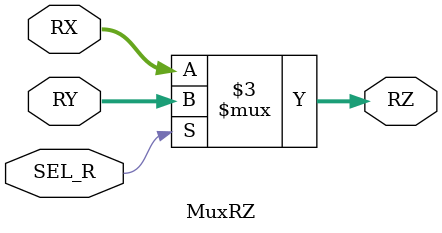
<source format=v>
`timescale 1ns / 1ps


module MuxRZ(
    input [2:0] RX,
    input [2:0] RY,
    input SEL_R,
    output reg [2:0] RZ
    );
    
    always@* begin
        if(SEL_R)
            RZ<=RY;
        else
            RZ<=RX;
    end
endmodule

</source>
